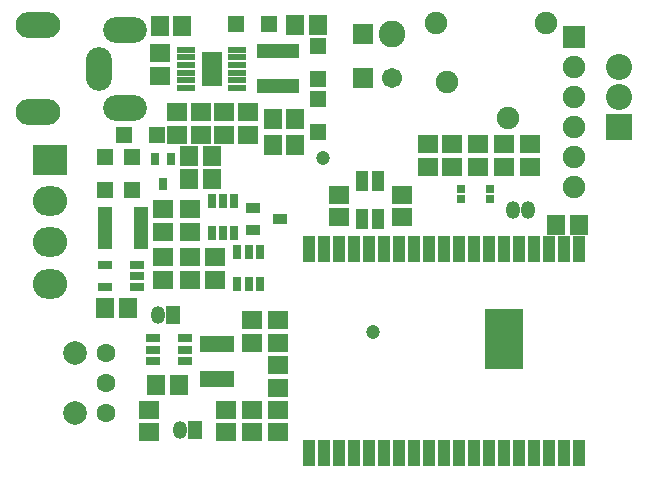
<source format=gbr>
G04 DipTrace 3.3.1.3*
G04 TopMask.gbr*
%MOIN*%
G04 #@! TF.FileFunction,Soldermask,Top*
G04 #@! TF.Part,Single*
%AMOUTLINE1*
4,1,4,
0.027638,-0.027638,
-0.027638,-0.027638,
-0.027638,0.027638,
0.027638,0.027638,
0.027638,-0.027638,
0*%
%ADD53C,0.08905*%
%ADD94C,0.047402*%
%ADD96C,0.086772*%
%ADD98R,0.086772X0.086772*%
%ADD100R,0.126142X0.204882*%
%ADD102R,0.043465X0.086772*%
%ADD104C,0.078898*%
%ADD106C,0.06315*%
%ADD108R,0.031654X0.051339*%
%ADD110R,0.071024X0.118268*%
%ADD112R,0.06315X0.019843*%
%ADD118R,0.051339X0.031654*%
%ADD122R,0.027717X0.027717*%
%ADD124R,0.027717X0.041496*%
%ADD126R,0.04937X0.033622*%
%ADD128R,0.051339X0.14189*%
%ADD130R,0.114331X0.053307*%
%ADD132R,0.14189X0.051339*%
%ADD136R,0.047402X0.059213*%
%ADD138O,0.047402X0.059213*%
%ADD144O,0.114331X0.098583*%
%ADD146R,0.114331X0.098583*%
%ADD148C,0.067402*%
%ADD150R,0.067402X0.067402*%
%ADD152R,0.074961X0.074961*%
%ADD154C,0.074961*%
%ADD156O,0.149764X0.086772*%
%ADD158O,0.086772X0.145827*%
%ADD160O,0.145827X0.086772*%
%ADD162R,0.039528X0.071024*%
%ADD166R,0.055276X0.055276*%
%ADD168R,0.059213X0.067087*%
%ADD170R,0.067087X0.059213*%
%ADD176OUTLINE1*%
%FSLAX26Y26*%
G04*
G70*
G90*
G75*
G01*
G04 TopMask*
%LPD*%
D94*
X3657480Y1358268D3*
X3826772Y779528D3*
D170*
X3507874Y818898D3*
Y744094D3*
D168*
X3114173Y1799213D3*
X3188976D3*
D170*
X3251969Y1511811D3*
Y1437008D3*
D168*
X3566929Y1803150D3*
X3641732D3*
X3566929Y1401575D3*
X3492126D3*
X4437008Y1137795D3*
X4511811D3*
D170*
X4263780Y1330709D3*
Y1405512D3*
D168*
X2933071Y858268D3*
X3007874D3*
D170*
X3125984Y1188976D3*
Y1114173D3*
X3299213Y1028072D3*
Y953269D3*
X3507874Y519685D3*
Y444882D3*
X3421260Y818898D3*
Y744094D3*
D168*
X3103205Y602248D3*
X3178008D3*
D170*
X3507874Y594488D3*
Y669291D3*
X3421260Y519685D3*
Y444882D3*
X3114173Y1633858D3*
Y1708661D3*
D166*
X2933071Y1251969D3*
Y1362205D3*
X3480315Y1807087D3*
X3370079D3*
X3641732Y1732283D3*
Y1622047D3*
Y1444882D3*
Y1555118D3*
X3023622Y1362205D3*
Y1251969D3*
D162*
X3787402Y1157480D3*
Y1283465D3*
X3842520Y1157480D3*
Y1283465D3*
D176*
X2996064Y1435043D3*
X3106301D3*
D160*
X3000000Y1527559D3*
D158*
X2913386Y1657480D3*
D160*
X3000000Y1787402D3*
D156*
X2708661Y1803150D3*
Y1511811D3*
D154*
X4401575Y1811024D3*
X4275591Y1492126D3*
X4070866Y1614173D3*
X4035433Y1811024D3*
D152*
X4496063Y1763780D3*
D154*
Y1663780D3*
Y1563780D3*
Y1463780D3*
Y1363780D3*
Y1263780D3*
D150*
X3791341Y1625984D3*
D148*
X3889761D3*
D146*
X2748031Y1354331D3*
D144*
Y1216535D3*
Y1078740D3*
Y940945D3*
D138*
X3108858Y837205D3*
D136*
X3158858D3*
D138*
X4292520Y1185039D3*
X4342520D3*
D150*
X3791339Y1773622D3*
D53*
X3889759D3*
D138*
X3181693Y454134D3*
D136*
X3231693D3*
D132*
X3507874Y1716535D3*
Y1598425D3*
D130*
X3307087Y740157D3*
Y622047D3*
D128*
X2933092Y1125984D3*
X3051202D3*
D126*
X3425197Y1192913D3*
Y1118110D3*
X3515748Y1155512D3*
D124*
X3151577Y1356299D3*
X3100391D3*
X3125984Y1273622D3*
D170*
X3335472Y444882D3*
Y519685D3*
X3078740Y444882D3*
Y519685D3*
X3173228Y1511811D3*
Y1437008D3*
X3712598Y1236220D3*
Y1161417D3*
X3921260Y1236220D3*
Y1161417D3*
D168*
X3566929Y1488189D3*
X3492126D3*
D170*
X3407480Y1437008D3*
Y1511811D3*
X3330709Y1437008D3*
Y1511811D3*
X3216535Y1188976D3*
Y1114173D3*
D168*
X3212598Y1289370D3*
X3287402D3*
D170*
X3216535Y1028072D3*
Y953269D3*
X4350394Y1405512D3*
Y1330709D3*
X4177165D3*
Y1405512D3*
X4007874D3*
Y1330709D3*
X4090551D3*
Y1405512D3*
X3125984Y1028072D3*
Y953269D3*
D168*
X3287402Y1366142D3*
X3212598D3*
D122*
X4216535Y1255906D3*
Y1224409D3*
X4118110D3*
Y1255906D3*
D118*
X3199969Y683264D3*
Y720665D3*
Y758067D3*
X3093669D3*
Y720665D3*
Y683264D3*
D112*
X3200787Y1720472D3*
Y1694882D3*
Y1669291D3*
Y1643701D3*
Y1618110D3*
Y1592520D3*
X3374016D3*
Y1618110D3*
Y1643701D3*
Y1669291D3*
Y1694882D3*
Y1720472D3*
D110*
X3287402Y1656496D3*
D108*
X3374016Y940945D3*
X3411417D3*
X3448819D3*
Y1047244D3*
X3411417D3*
X3374016D3*
D106*
X2935039Y507874D3*
Y607874D3*
Y707874D3*
D104*
X2831890Y507874D3*
Y707874D3*
D102*
X4511811Y1055118D3*
X4461811Y1055512D3*
X4411811D3*
X4361811D3*
X4311811D3*
X4261811D3*
X4211811D3*
X4161811D3*
X4111811D3*
X4061811D3*
X4011811D3*
X3961811D3*
X3911811D3*
X3861811D3*
X3862192Y377478D3*
X3912192D3*
X3962192D3*
X4012190D3*
X4062192D3*
X3612192D3*
X3662192D3*
X3712192D3*
X3762192D3*
X3812192D3*
X4111850Y377480D3*
X4161850D3*
X4211850D3*
X4261850D3*
X4311850D3*
X4361850D3*
X4411850D3*
X4461850D3*
X4511850D3*
D100*
X4263701Y755118D3*
D102*
X3812151Y1055508D3*
X3762151D3*
X3712151D3*
X3662151D3*
X3612151D3*
D108*
X3362205Y1216535D3*
X3324803D3*
X3287402D3*
Y1110236D3*
X3324803D3*
X3362205D3*
D118*
X3039370Y929134D3*
Y966535D3*
Y1003937D3*
X2933071D3*
Y929134D3*
D98*
X4644677Y1462087D3*
D96*
Y1562087D3*
Y1662087D3*
M02*

</source>
